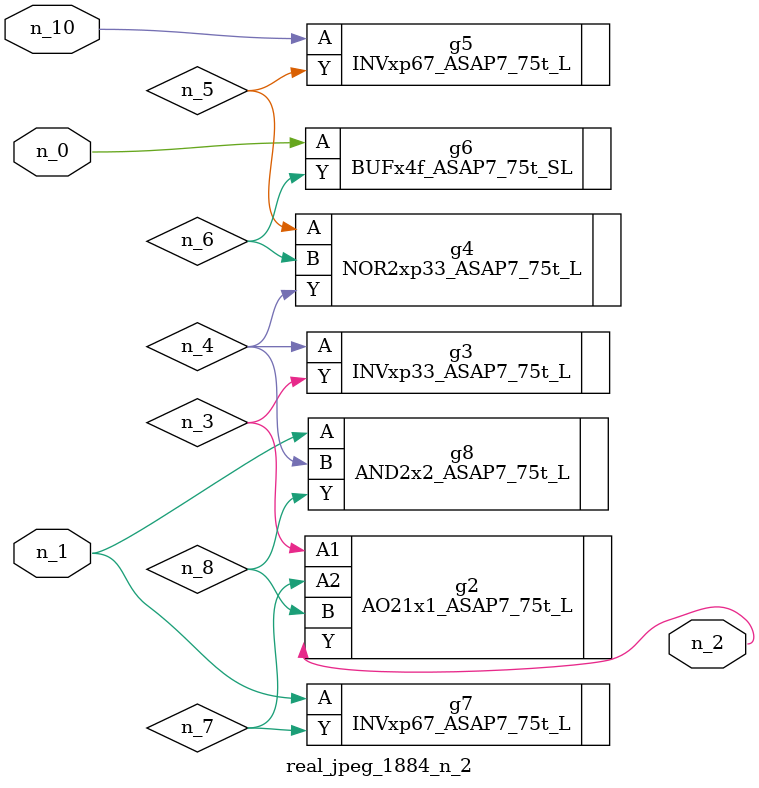
<source format=v>
module real_jpeg_1884_n_2 (n_1, n_10, n_0, n_2);

input n_1;
input n_10;
input n_0;

output n_2;

wire n_5;
wire n_4;
wire n_8;
wire n_6;
wire n_7;
wire n_3;

BUFx4f_ASAP7_75t_SL g6 ( 
.A(n_0),
.Y(n_6)
);

INVxp67_ASAP7_75t_L g7 ( 
.A(n_1),
.Y(n_7)
);

AND2x2_ASAP7_75t_L g8 ( 
.A(n_1),
.B(n_4),
.Y(n_8)
);

AO21x1_ASAP7_75t_L g2 ( 
.A1(n_3),
.A2(n_7),
.B(n_8),
.Y(n_2)
);

INVxp33_ASAP7_75t_L g3 ( 
.A(n_4),
.Y(n_3)
);

NOR2xp33_ASAP7_75t_L g4 ( 
.A(n_5),
.B(n_6),
.Y(n_4)
);

INVxp67_ASAP7_75t_L g5 ( 
.A(n_10),
.Y(n_5)
);


endmodule
</source>
